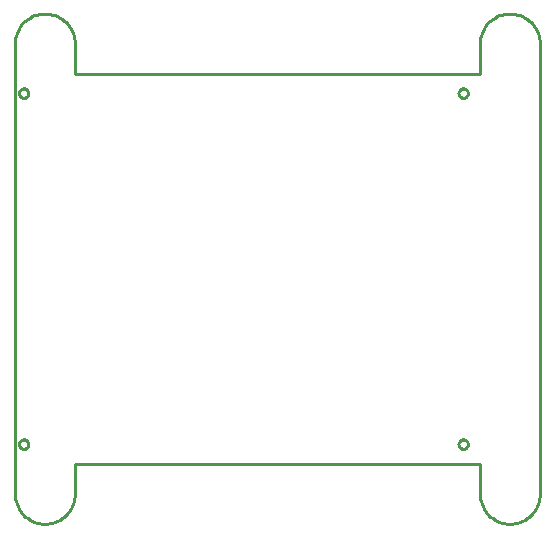
<source format=gbr>
G04 EAGLE Gerber RS-274X export*
G75*
%MOMM*%
%FSLAX34Y34*%
%LPD*%
%IN*%
%IPPOS*%
%AMOC8*
5,1,8,0,0,1.08239X$1,22.5*%
G01*
%ADD10C,0.254000*%


D10*
X0Y-25400D02*
X97Y-27614D01*
X386Y-29811D01*
X865Y-31974D01*
X1532Y-34087D01*
X2380Y-36135D01*
X3403Y-38100D01*
X4594Y-39969D01*
X5942Y-41727D01*
X7440Y-43361D01*
X9073Y-44858D01*
X10831Y-46206D01*
X12700Y-47397D01*
X14666Y-48420D01*
X16713Y-49268D01*
X18826Y-49935D01*
X20989Y-50414D01*
X23186Y-50703D01*
X25400Y-50800D01*
X27614Y-50703D01*
X29811Y-50414D01*
X31974Y-49935D01*
X34087Y-49268D01*
X36135Y-48420D01*
X38100Y-47397D01*
X39969Y-46206D01*
X41727Y-44858D01*
X43361Y-43361D01*
X44858Y-41727D01*
X46206Y-39969D01*
X47397Y-38100D01*
X48420Y-36135D01*
X49268Y-34087D01*
X49935Y-31974D01*
X50414Y-29811D01*
X50703Y-27614D01*
X50800Y-25400D01*
X50800Y0D01*
X393700Y0D01*
X393700Y-25400D01*
X393797Y-27614D01*
X394086Y-29811D01*
X394565Y-31974D01*
X395232Y-34087D01*
X396080Y-36135D01*
X397103Y-38100D01*
X398294Y-39969D01*
X399642Y-41727D01*
X401140Y-43361D01*
X402773Y-44858D01*
X404531Y-46206D01*
X406400Y-47397D01*
X408366Y-48420D01*
X410413Y-49268D01*
X412526Y-49935D01*
X414689Y-50414D01*
X416886Y-50703D01*
X419100Y-50800D01*
X421314Y-50703D01*
X423511Y-50414D01*
X425674Y-49935D01*
X427787Y-49268D01*
X429835Y-48420D01*
X431800Y-47397D01*
X433669Y-46206D01*
X435427Y-44858D01*
X437061Y-43361D01*
X438558Y-41727D01*
X439906Y-39969D01*
X441097Y-38100D01*
X442120Y-36135D01*
X442968Y-34087D01*
X443635Y-31974D01*
X444114Y-29811D01*
X444403Y-27614D01*
X444500Y-25400D01*
X444500Y355600D01*
X444403Y357814D01*
X444114Y360011D01*
X443635Y362174D01*
X442968Y364287D01*
X442120Y366335D01*
X441097Y368300D01*
X439906Y370169D01*
X438558Y371927D01*
X437061Y373561D01*
X435427Y375058D01*
X433669Y376406D01*
X431800Y377597D01*
X429835Y378620D01*
X427787Y379468D01*
X425674Y380135D01*
X423511Y380614D01*
X421314Y380903D01*
X419100Y381000D01*
X416886Y380903D01*
X414689Y380614D01*
X412526Y380135D01*
X410413Y379468D01*
X408366Y378620D01*
X406400Y377597D01*
X404531Y376406D01*
X402773Y375058D01*
X401140Y373561D01*
X399642Y371927D01*
X398294Y370169D01*
X397103Y368300D01*
X396080Y366335D01*
X395232Y364287D01*
X394565Y362174D01*
X394086Y360011D01*
X393797Y357814D01*
X393700Y355600D01*
X393700Y330200D01*
X50800Y330200D01*
X50800Y355600D01*
X50703Y357814D01*
X50414Y360011D01*
X49935Y362174D01*
X49268Y364287D01*
X48420Y366335D01*
X47397Y368300D01*
X46206Y370169D01*
X44858Y371927D01*
X43361Y373561D01*
X41727Y375058D01*
X39969Y376406D01*
X38100Y377597D01*
X36135Y378620D01*
X34087Y379468D01*
X31974Y380135D01*
X29811Y380614D01*
X27614Y380903D01*
X25400Y381000D01*
X23186Y380903D01*
X20989Y380614D01*
X18826Y380135D01*
X16713Y379468D01*
X14666Y378620D01*
X12700Y377597D01*
X10831Y376406D01*
X9073Y375058D01*
X7440Y373561D01*
X5942Y371927D01*
X4594Y370169D01*
X3403Y368300D01*
X2380Y366335D01*
X1532Y364287D01*
X865Y362174D01*
X386Y360011D01*
X97Y357814D01*
X0Y355600D01*
X0Y-25400D01*
X7358Y20510D02*
X6838Y20442D01*
X6331Y20306D01*
X5847Y20105D01*
X5393Y19843D01*
X4977Y19524D01*
X4606Y19153D01*
X4287Y18737D01*
X4025Y18283D01*
X3824Y17799D01*
X3688Y17292D01*
X3620Y16772D01*
X3620Y16248D01*
X3688Y15728D01*
X3824Y15221D01*
X4025Y14737D01*
X4287Y14283D01*
X4606Y13867D01*
X4977Y13496D01*
X5393Y13177D01*
X5847Y12915D01*
X6331Y12714D01*
X6838Y12578D01*
X7358Y12510D01*
X7882Y12510D01*
X8402Y12578D01*
X8909Y12714D01*
X9393Y12915D01*
X9847Y13177D01*
X10263Y13496D01*
X10634Y13867D01*
X10953Y14283D01*
X11215Y14737D01*
X11416Y15221D01*
X11552Y15728D01*
X11620Y16248D01*
X11620Y16772D01*
X11552Y17292D01*
X11416Y17799D01*
X11215Y18283D01*
X10953Y18737D01*
X10634Y19153D01*
X10263Y19524D01*
X9847Y19843D01*
X9393Y20105D01*
X8909Y20306D01*
X8402Y20442D01*
X7882Y20510D01*
X7358Y20510D01*
X7358Y317690D02*
X6838Y317622D01*
X6331Y317486D01*
X5847Y317285D01*
X5393Y317023D01*
X4977Y316704D01*
X4606Y316333D01*
X4287Y315917D01*
X4025Y315463D01*
X3824Y314979D01*
X3688Y314472D01*
X3620Y313952D01*
X3620Y313428D01*
X3688Y312908D01*
X3824Y312401D01*
X4025Y311917D01*
X4287Y311463D01*
X4606Y311047D01*
X4977Y310676D01*
X5393Y310357D01*
X5847Y310095D01*
X6331Y309894D01*
X6838Y309758D01*
X7358Y309690D01*
X7882Y309690D01*
X8402Y309758D01*
X8909Y309894D01*
X9393Y310095D01*
X9847Y310357D01*
X10263Y310676D01*
X10634Y311047D01*
X10953Y311463D01*
X11215Y311917D01*
X11416Y312401D01*
X11552Y312908D01*
X11620Y313428D01*
X11620Y313952D01*
X11552Y314472D01*
X11416Y314979D01*
X11215Y315463D01*
X10953Y315917D01*
X10634Y316333D01*
X10263Y316704D01*
X9847Y317023D01*
X9393Y317285D01*
X8909Y317486D01*
X8402Y317622D01*
X7882Y317690D01*
X7358Y317690D01*
X379468Y20510D02*
X378948Y20442D01*
X378441Y20306D01*
X377957Y20105D01*
X377503Y19843D01*
X377087Y19524D01*
X376716Y19153D01*
X376397Y18737D01*
X376135Y18283D01*
X375934Y17799D01*
X375798Y17292D01*
X375730Y16772D01*
X375730Y16248D01*
X375798Y15728D01*
X375934Y15221D01*
X376135Y14737D01*
X376397Y14283D01*
X376716Y13867D01*
X377087Y13496D01*
X377503Y13177D01*
X377957Y12915D01*
X378441Y12714D01*
X378948Y12578D01*
X379468Y12510D01*
X379992Y12510D01*
X380512Y12578D01*
X381019Y12714D01*
X381503Y12915D01*
X381957Y13177D01*
X382373Y13496D01*
X382744Y13867D01*
X383063Y14283D01*
X383325Y14737D01*
X383526Y15221D01*
X383662Y15728D01*
X383730Y16248D01*
X383730Y16772D01*
X383662Y17292D01*
X383526Y17799D01*
X383325Y18283D01*
X383063Y18737D01*
X382744Y19153D01*
X382373Y19524D01*
X381957Y19843D01*
X381503Y20105D01*
X381019Y20306D01*
X380512Y20442D01*
X379992Y20510D01*
X379468Y20510D01*
X379468Y317690D02*
X378948Y317622D01*
X378441Y317486D01*
X377957Y317285D01*
X377503Y317023D01*
X377087Y316704D01*
X376716Y316333D01*
X376397Y315917D01*
X376135Y315463D01*
X375934Y314979D01*
X375798Y314472D01*
X375730Y313952D01*
X375730Y313428D01*
X375798Y312908D01*
X375934Y312401D01*
X376135Y311917D01*
X376397Y311463D01*
X376716Y311047D01*
X377087Y310676D01*
X377503Y310357D01*
X377957Y310095D01*
X378441Y309894D01*
X378948Y309758D01*
X379468Y309690D01*
X379992Y309690D01*
X380512Y309758D01*
X381019Y309894D01*
X381503Y310095D01*
X381957Y310357D01*
X382373Y310676D01*
X382744Y311047D01*
X383063Y311463D01*
X383325Y311917D01*
X383526Y312401D01*
X383662Y312908D01*
X383730Y313428D01*
X383730Y313952D01*
X383662Y314472D01*
X383526Y314979D01*
X383325Y315463D01*
X383063Y315917D01*
X382744Y316333D01*
X382373Y316704D01*
X381957Y317023D01*
X381503Y317285D01*
X381019Y317486D01*
X380512Y317622D01*
X379992Y317690D01*
X379468Y317690D01*
M02*

</source>
